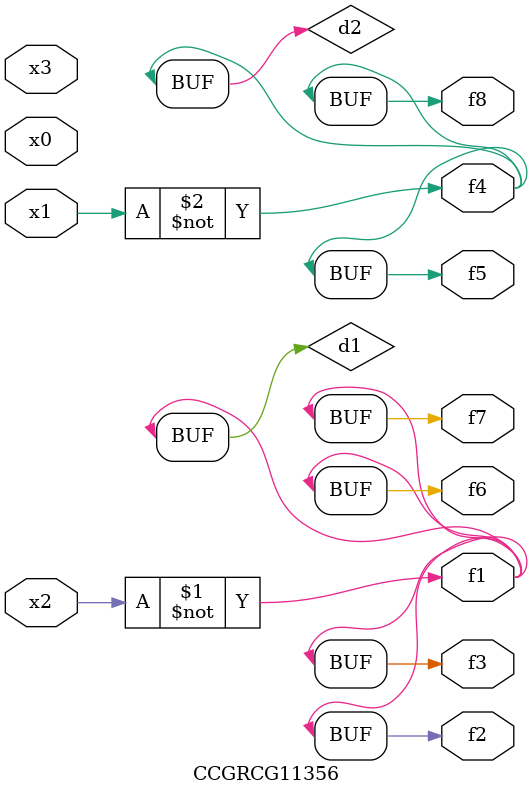
<source format=v>
module CCGRCG11356(
	input x0, x1, x2, x3,
	output f1, f2, f3, f4, f5, f6, f7, f8
);

	wire d1, d2;

	xnor (d1, x2);
	not (d2, x1);
	assign f1 = d1;
	assign f2 = d1;
	assign f3 = d1;
	assign f4 = d2;
	assign f5 = d2;
	assign f6 = d1;
	assign f7 = d1;
	assign f8 = d2;
endmodule

</source>
